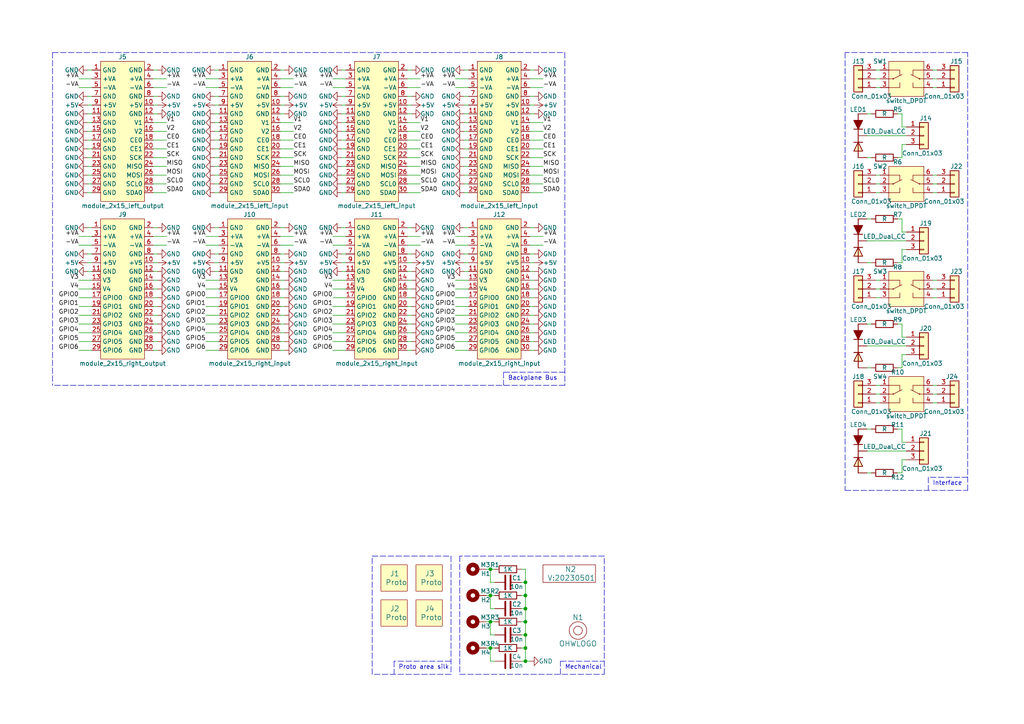
<source format=kicad_sch>
(kicad_sch (version 20211123) (generator eeschema)
  (paper "A4")
  (junction (at 152.4 172.72))
  (junction (at 142.24 165.1))
  (junction (at 152.4 187.96))
  (junction (at 142.24 187.96))
  (junction (at 142.24 180.34))
  (junction (at 152.4 180.34))
  (junction (at 152.4 168.91))
  (junction (at 152.4 191.77))
  (junction (at 152.4 184.15))
  (junction (at 152.4 176.53))
  (junction (at 142.24 172.72))
  (wire (pts (xy 153.67 25.4) (xy 157.48 25.4)))
  (wire (pts (xy 44.45 35.56) (xy 48.26 35.56)))
  (wire (pts (xy 45.72 93.98) (xy 44.45 93.98)))
  (wire (pts (xy 134.62 27.94) (xy 135.89 27.94)))
  (wire (pts (xy 81.28 25.4) (xy 85.09 25.4)))
  (wire (pts (xy 152.4 191.77) (xy 153.67 191.77)))
  (wire (pts (xy 59.69 83.82) (xy 63.5 83.82)))
  (wire (pts (xy 152.4 172.72) (xy 152.4 176.53)))
  (wire (pts (xy 118.11 35.56) (xy 121.92 35.56)))
  (wire (pts (xy 261.62 67.31) (xy 261.62 63.5)))
  (wire (pts (xy 25.4 66.04) (xy 26.67 66.04)))
  (wire (pts (xy 96.52 71.12) (xy 100.33 71.12)))
  (polyline (pts (xy 163.83 107.95) (xy 146.05 107.95)))
  (wire (pts (xy 261.62 137.16) (xy 261.62 133.35)))
  (wire (pts (xy 254 86.36) (xy 255.27 86.36)))
  (wire (pts (xy 44.45 33.02) (xy 45.72 33.02)))
  (wire (pts (xy 251.46 93.98) (xy 252.73 93.98)))
  (wire (pts (xy 62.23 45.72) (xy 63.5 45.72)))
  (wire (pts (xy 118.11 53.34) (xy 121.92 53.34)))
  (wire (pts (xy 59.69 101.6) (xy 63.5 101.6)))
  (wire (pts (xy 134.62 45.72) (xy 135.89 45.72)))
  (wire (pts (xy 96.52 81.28) (xy 100.33 81.28)))
  (wire (pts (xy 62.23 38.1) (xy 63.5 38.1)))
  (wire (pts (xy 25.4 78.74) (xy 26.67 78.74)))
  (wire (pts (xy 22.86 101.6) (xy 26.67 101.6)))
  (polyline (pts (xy 269.24 138.43) (xy 269.24 142.24)))
  (wire (pts (xy 134.62 38.1) (xy 135.89 38.1)))
  (wire (pts (xy 254 22.86) (xy 255.27 22.86)))
  (polyline (pts (xy 162.56 195.58) (xy 162.56 191.77)))
  (wire (pts (xy 81.28 38.1) (xy 85.09 38.1)))
  (wire (pts (xy 62.23 48.26) (xy 63.5 48.26)))
  (wire (pts (xy 25.4 27.94) (xy 26.67 27.94)))
  (wire (pts (xy 118.11 38.1) (xy 121.92 38.1)))
  (wire (pts (xy 25.4 50.8) (xy 26.67 50.8)))
  (polyline (pts (xy 114.3 191.77) (xy 114.3 195.58)))
  (wire (pts (xy 134.62 35.56) (xy 135.89 35.56)))
  (wire (pts (xy 260.35 45.72) (xy 261.62 45.72)))
  (wire (pts (xy 142.24 180.34) (xy 143.51 180.34)))
  (wire (pts (xy 270.51 53.34) (xy 271.78 53.34)))
  (wire (pts (xy 25.4 38.1) (xy 26.67 38.1)))
  (wire (pts (xy 151.13 184.15) (xy 152.4 184.15)))
  (wire (pts (xy 134.62 48.26) (xy 135.89 48.26)))
  (wire (pts (xy 153.67 76.2) (xy 154.94 76.2)))
  (wire (pts (xy 96.52 86.36) (xy 100.33 86.36)))
  (wire (pts (xy 99.06 40.64) (xy 100.33 40.64)))
  (wire (pts (xy 44.45 78.74) (xy 45.72 78.74)))
  (polyline (pts (xy 245.11 142.24) (xy 280.67 142.24)))
  (wire (pts (xy 118.11 27.94) (xy 119.38 27.94)))
  (wire (pts (xy 44.45 27.94) (xy 45.72 27.94)))
  (wire (pts (xy 44.45 53.34) (xy 48.26 53.34)))
  (wire (pts (xy 119.38 101.6) (xy 118.11 101.6)))
  (wire (pts (xy 44.45 55.88) (xy 48.26 55.88)))
  (wire (pts (xy 132.08 101.6) (xy 135.89 101.6)))
  (wire (pts (xy 270.51 22.86) (xy 271.78 22.86)))
  (wire (pts (xy 143.51 168.91) (xy 142.24 168.91)))
  (wire (pts (xy 132.08 68.58) (xy 135.89 68.58)))
  (wire (pts (xy 22.86 22.86) (xy 26.67 22.86)))
  (wire (pts (xy 261.62 128.27) (xy 261.62 124.46)))
  (wire (pts (xy 119.38 88.9) (xy 118.11 88.9)))
  (wire (pts (xy 261.62 76.2) (xy 261.62 72.39)))
  (wire (pts (xy 62.23 35.56) (xy 63.5 35.56)))
  (wire (pts (xy 254 81.28) (xy 255.27 81.28)))
  (wire (pts (xy 81.28 22.86) (xy 85.09 22.86)))
  (wire (pts (xy 62.23 33.02) (xy 63.5 33.02)))
  (wire (pts (xy 25.4 30.48) (xy 26.67 30.48)))
  (wire (pts (xy 118.11 55.88) (xy 121.92 55.88)))
  (wire (pts (xy 44.45 30.48) (xy 45.72 30.48)))
  (wire (pts (xy 134.62 50.8) (xy 135.89 50.8)))
  (wire (pts (xy 251.46 63.5) (xy 252.73 63.5)))
  (wire (pts (xy 81.28 83.82) (xy 82.55 83.82)))
  (wire (pts (xy 118.11 43.18) (xy 121.92 43.18)))
  (wire (pts (xy 134.62 43.18) (xy 135.89 43.18)))
  (wire (pts (xy 134.62 33.02) (xy 135.89 33.02)))
  (wire (pts (xy 59.69 81.28) (xy 63.5 81.28)))
  (wire (pts (xy 62.23 73.66) (xy 63.5 73.66)))
  (wire (pts (xy 45.72 88.9) (xy 44.45 88.9)))
  (polyline (pts (xy 175.26 195.58) (xy 175.26 161.29)))
  (wire (pts (xy 260.35 76.2) (xy 261.62 76.2)))
  (wire (pts (xy 45.72 99.06) (xy 44.45 99.06)))
  (wire (pts (xy 153.67 53.34) (xy 157.48 53.34)))
  (wire (pts (xy 81.28 43.18) (xy 85.09 43.18)))
  (wire (pts (xy 62.23 78.74) (xy 63.5 78.74)))
  (wire (pts (xy 261.62 72.39) (xy 262.89 72.39)))
  (wire (pts (xy 152.4 176.53) (xy 152.4 180.34)))
  (wire (pts (xy 132.08 22.86) (xy 135.89 22.86)))
  (wire (pts (xy 118.11 40.64) (xy 121.92 40.64)))
  (wire (pts (xy 59.69 88.9) (xy 63.5 88.9)))
  (wire (pts (xy 142.24 191.77) (xy 142.24 187.96)))
  (wire (pts (xy 99.06 66.04) (xy 100.33 66.04)))
  (wire (pts (xy 132.08 81.28) (xy 135.89 81.28)))
  (wire (pts (xy 119.38 96.52) (xy 118.11 96.52)))
  (wire (pts (xy 270.51 111.76) (xy 271.78 111.76)))
  (wire (pts (xy 261.62 124.46) (xy 260.35 124.46)))
  (wire (pts (xy 270.51 81.28) (xy 271.78 81.28)))
  (wire (pts (xy 99.06 38.1) (xy 100.33 38.1)))
  (wire (pts (xy 142.24 165.1) (xy 143.51 165.1)))
  (wire (pts (xy 143.51 176.53) (xy 142.24 176.53)))
  (wire (pts (xy 134.62 30.48) (xy 135.89 30.48)))
  (wire (pts (xy 261.62 45.72) (xy 261.62 41.91)))
  (wire (pts (xy 45.72 96.52) (xy 44.45 96.52)))
  (wire (pts (xy 22.86 25.4) (xy 26.67 25.4)))
  (wire (pts (xy 99.06 45.72) (xy 100.33 45.72)))
  (wire (pts (xy 25.4 53.34) (xy 26.67 53.34)))
  (wire (pts (xy 132.08 91.44) (xy 135.89 91.44)))
  (wire (pts (xy 81.28 30.48) (xy 82.55 30.48)))
  (polyline (pts (xy 280.67 138.43) (xy 269.24 138.43)))
  (wire (pts (xy 22.86 71.12) (xy 26.67 71.12)))
  (wire (pts (xy 59.69 93.98) (xy 63.5 93.98)))
  (wire (pts (xy 154.94 88.9) (xy 153.67 88.9)))
  (wire (pts (xy 81.28 48.26) (xy 85.09 48.26)))
  (wire (pts (xy 261.62 133.35) (xy 262.89 133.35)))
  (wire (pts (xy 270.51 55.88) (xy 271.78 55.88)))
  (wire (pts (xy 132.08 71.12) (xy 135.89 71.12)))
  (wire (pts (xy 251.46 130.81) (xy 262.89 130.81)))
  (wire (pts (xy 134.62 53.34) (xy 135.89 53.34)))
  (wire (pts (xy 154.94 91.44) (xy 153.67 91.44)))
  (wire (pts (xy 81.28 81.28) (xy 82.55 81.28)))
  (wire (pts (xy 142.24 184.15) (xy 143.51 184.15)))
  (wire (pts (xy 153.67 43.18) (xy 157.48 43.18)))
  (wire (pts (xy 81.28 53.34) (xy 85.09 53.34)))
  (wire (pts (xy 59.69 25.4) (xy 63.5 25.4)))
  (wire (pts (xy 81.28 20.32) (xy 82.55 20.32)))
  (wire (pts (xy 44.45 25.4) (xy 48.26 25.4)))
  (polyline (pts (xy 280.67 15.24) (xy 245.11 15.24)))
  (wire (pts (xy 99.06 76.2) (xy 100.33 76.2)))
  (wire (pts (xy 270.51 50.8) (xy 271.78 50.8)))
  (wire (pts (xy 25.4 35.56) (xy 26.67 35.56)))
  (wire (pts (xy 25.4 20.32) (xy 26.67 20.32)))
  (wire (pts (xy 254 53.34) (xy 255.27 53.34)))
  (wire (pts (xy 262.89 128.27) (xy 261.62 128.27)))
  (wire (pts (xy 134.62 78.74) (xy 135.89 78.74)))
  (wire (pts (xy 96.52 101.6) (xy 100.33 101.6)))
  (wire (pts (xy 82.55 96.52) (xy 81.28 96.52)))
  (wire (pts (xy 251.46 100.33) (xy 262.89 100.33)))
  (wire (pts (xy 44.45 40.64) (xy 48.26 40.64)))
  (wire (pts (xy 254 50.8) (xy 255.27 50.8)))
  (wire (pts (xy 153.67 55.88) (xy 157.48 55.88)))
  (wire (pts (xy 118.11 50.8) (xy 121.92 50.8)))
  (wire (pts (xy 99.06 20.32) (xy 100.33 20.32)))
  (wire (pts (xy 261.62 106.68) (xy 261.62 102.87)))
  (wire (pts (xy 59.69 99.06) (xy 63.5 99.06)))
  (wire (pts (xy 44.45 22.86) (xy 48.26 22.86)))
  (wire (pts (xy 153.67 22.86) (xy 157.48 22.86)))
  (wire (pts (xy 81.28 68.58) (xy 85.09 68.58)))
  (wire (pts (xy 142.24 172.72) (xy 142.24 176.53)))
  (wire (pts (xy 81.28 27.94) (xy 82.55 27.94)))
  (wire (pts (xy 22.86 93.98) (xy 26.67 93.98)))
  (polyline (pts (xy 130.81 195.58) (xy 107.95 195.58)))
  (wire (pts (xy 153.67 68.58) (xy 157.48 68.58)))
  (wire (pts (xy 99.06 78.74) (xy 100.33 78.74)))
  (wire (pts (xy 59.69 71.12) (xy 63.5 71.12)))
  (wire (pts (xy 151.13 187.96) (xy 152.4 187.96)))
  (wire (pts (xy 44.45 68.58) (xy 48.26 68.58)))
  (wire (pts (xy 62.23 30.48) (xy 63.5 30.48)))
  (wire (pts (xy 152.4 187.96) (xy 152.4 191.77)))
  (wire (pts (xy 25.4 55.88) (xy 26.67 55.88)))
  (wire (pts (xy 82.55 91.44) (xy 81.28 91.44)))
  (wire (pts (xy 270.51 114.3) (xy 271.78 114.3)))
  (wire (pts (xy 134.62 55.88) (xy 135.89 55.88)))
  (wire (pts (xy 134.62 40.64) (xy 135.89 40.64)))
  (wire (pts (xy 44.45 20.32) (xy 45.72 20.32)))
  (wire (pts (xy 262.89 97.79) (xy 261.62 97.79)))
  (wire (pts (xy 261.62 93.98) (xy 260.35 93.98)))
  (wire (pts (xy 251.46 33.02) (xy 252.73 33.02)))
  (wire (pts (xy 132.08 96.52) (xy 135.89 96.52)))
  (wire (pts (xy 254 25.4) (xy 255.27 25.4)))
  (wire (pts (xy 152.4 168.91) (xy 152.4 165.1)))
  (wire (pts (xy 142.24 172.72) (xy 143.51 172.72)))
  (wire (pts (xy 44.45 71.12) (xy 48.26 71.12)))
  (wire (pts (xy 153.67 27.94) (xy 154.94 27.94)))
  (wire (pts (xy 118.11 45.72) (xy 121.92 45.72)))
  (wire (pts (xy 119.38 86.36) (xy 118.11 86.36)))
  (wire (pts (xy 44.45 66.04) (xy 45.72 66.04)))
  (wire (pts (xy 45.72 91.44) (xy 44.45 91.44)))
  (wire (pts (xy 261.62 33.02) (xy 260.35 33.02)))
  (wire (pts (xy 44.45 73.66) (xy 45.72 73.66)))
  (wire (pts (xy 81.28 73.66) (xy 82.55 73.66)))
  (wire (pts (xy 99.06 53.34) (xy 100.33 53.34)))
  (wire (pts (xy 96.52 99.06) (xy 100.33 99.06)))
  (wire (pts (xy 262.89 36.83) (xy 261.62 36.83)))
  (wire (pts (xy 142.24 187.96) (xy 143.51 187.96)))
  (wire (pts (xy 154.94 86.36) (xy 153.67 86.36)))
  (wire (pts (xy 44.45 76.2) (xy 45.72 76.2)))
  (wire (pts (xy 261.62 102.87) (xy 262.89 102.87)))
  (wire (pts (xy 96.52 96.52) (xy 100.33 96.52)))
  (polyline (pts (xy 162.56 191.77) (xy 175.26 191.77)))
  (wire (pts (xy 153.67 81.28) (xy 154.94 81.28)))
  (wire (pts (xy 153.67 33.02) (xy 154.94 33.02)))
  (wire (pts (xy 22.86 86.36) (xy 26.67 86.36)))
  (wire (pts (xy 81.28 55.88) (xy 85.09 55.88)))
  (wire (pts (xy 251.46 76.2) (xy 252.73 76.2)))
  (wire (pts (xy 22.86 99.06) (xy 26.67 99.06)))
  (wire (pts (xy 82.55 99.06) (xy 81.28 99.06)))
  (wire (pts (xy 154.94 96.52) (xy 153.67 96.52)))
  (wire (pts (xy 270.51 83.82) (xy 271.78 83.82)))
  (wire (pts (xy 118.11 30.48) (xy 119.38 30.48)))
  (wire (pts (xy 270.51 20.32) (xy 271.78 20.32)))
  (wire (pts (xy 251.46 39.37) (xy 262.89 39.37)))
  (wire (pts (xy 261.62 63.5) (xy 260.35 63.5)))
  (wire (pts (xy 118.11 33.02) (xy 119.38 33.02)))
  (wire (pts (xy 62.23 76.2) (xy 63.5 76.2)))
  (wire (pts (xy 270.51 25.4) (xy 271.78 25.4)))
  (wire (pts (xy 151.13 172.72) (xy 152.4 172.72)))
  (wire (pts (xy 118.11 25.4) (xy 121.92 25.4)))
  (wire (pts (xy 82.55 88.9) (xy 81.28 88.9)))
  (wire (pts (xy 99.06 73.66) (xy 100.33 73.66)))
  (wire (pts (xy 99.06 27.94) (xy 100.33 27.94)))
  (wire (pts (xy 153.67 30.48) (xy 154.94 30.48)))
  (wire (pts (xy 132.08 83.82) (xy 135.89 83.82)))
  (wire (pts (xy 134.62 76.2) (xy 135.89 76.2)))
  (wire (pts (xy 142.24 168.91) (xy 142.24 165.1)))
  (wire (pts (xy 152.4 184.15) (xy 152.4 187.96)))
  (wire (pts (xy 118.11 81.28) (xy 119.38 81.28)))
  (wire (pts (xy 260.35 137.16) (xy 261.62 137.16)))
  (wire (pts (xy 251.46 45.72) (xy 252.73 45.72)))
  (polyline (pts (xy 15.24 15.24) (xy 15.24 111.76)))
  (wire (pts (xy 99.06 48.26) (xy 100.33 48.26)))
  (wire (pts (xy 96.52 22.86) (xy 100.33 22.86)))
  (wire (pts (xy 254 114.3) (xy 255.27 114.3)))
  (wire (pts (xy 81.28 35.56) (xy 85.09 35.56)))
  (polyline (pts (xy 133.35 161.29) (xy 133.35 195.58)))
  (wire (pts (xy 154.94 99.06) (xy 153.67 99.06)))
  (wire (pts (xy 62.23 40.64) (xy 63.5 40.64)))
  (wire (pts (xy 118.11 78.74) (xy 119.38 78.74)))
  (wire (pts (xy 81.28 33.02) (xy 82.55 33.02)))
  (wire (pts (xy 251.46 137.16) (xy 252.73 137.16)))
  (wire (pts (xy 99.06 43.18) (xy 100.33 43.18)))
  (wire (pts (xy 142.24 180.34) (xy 142.24 184.15)))
  (wire (pts (xy 81.28 78.74) (xy 82.55 78.74)))
  (wire (pts (xy 140.97 187.96) (xy 142.24 187.96)))
  (wire (pts (xy 118.11 83.82) (xy 119.38 83.82)))
  (wire (pts (xy 132.08 88.9) (xy 135.89 88.9)))
  (wire (pts (xy 251.46 124.46) (xy 252.73 124.46)))
  (wire (pts (xy 152.4 191.77) (xy 151.13 191.77)))
  (wire (pts (xy 262.89 67.31) (xy 261.62 67.31)))
  (wire (pts (xy 22.86 91.44) (xy 26.67 91.44)))
  (wire (pts (xy 59.69 68.58) (xy 63.5 68.58)))
  (wire (pts (xy 118.11 20.32) (xy 119.38 20.32)))
  (wire (pts (xy 99.06 55.88) (xy 100.33 55.88)))
  (wire (pts (xy 132.08 93.98) (xy 135.89 93.98)))
  (wire (pts (xy 118.11 66.04) (xy 119.38 66.04)))
  (wire (pts (xy 99.06 35.56) (xy 100.33 35.56)))
  (wire (pts (xy 151.13 176.53) (xy 152.4 176.53)))
  (wire (pts (xy 118.11 76.2) (xy 119.38 76.2)))
  (wire (pts (xy 25.4 76.2) (xy 26.67 76.2)))
  (wire (pts (xy 25.4 33.02) (xy 26.67 33.02)))
  (wire (pts (xy 82.55 86.36) (xy 81.28 86.36)))
  (polyline (pts (xy 163.83 15.24) (xy 163.83 111.76)))
  (wire (pts (xy 62.23 20.32) (xy 63.5 20.32)))
  (wire (pts (xy 44.45 38.1) (xy 48.26 38.1)))
  (wire (pts (xy 62.23 50.8) (xy 63.5 50.8)))
  (wire (pts (xy 22.86 81.28) (xy 26.67 81.28)))
  (wire (pts (xy 119.38 99.06) (xy 118.11 99.06)))
  (wire (pts (xy 25.4 73.66) (xy 26.67 73.66)))
  (wire (pts (xy 143.51 191.77) (xy 142.24 191.77)))
  (wire (pts (xy 132.08 86.36) (xy 135.89 86.36)))
  (wire (pts (xy 270.51 86.36) (xy 271.78 86.36)))
  (wire (pts (xy 44.45 83.82) (xy 45.72 83.82)))
  (wire (pts (xy 251.46 69.85) (xy 262.89 69.85)))
  (wire (pts (xy 134.62 66.04) (xy 135.89 66.04)))
  (polyline (pts (xy 15.24 15.24) (xy 163.83 15.24)))
  (wire (pts (xy 140.97 165.1) (xy 142.24 165.1)))
  (polyline (pts (xy 130.81 191.77) (xy 114.3 191.77)))
  (wire (pts (xy 62.23 27.94) (xy 63.5 27.94)))
  (wire (pts (xy 45.72 101.6) (xy 44.45 101.6)))
  (wire (pts (xy 153.67 20.32) (xy 154.94 20.32)))
  (wire (pts (xy 22.86 88.9) (xy 26.67 88.9)))
  (wire (pts (xy 96.52 93.98) (xy 100.33 93.98)))
  (wire (pts (xy 22.86 68.58) (xy 26.67 68.58)))
  (wire (pts (xy 99.06 30.48) (xy 100.33 30.48)))
  (wire (pts (xy 81.28 71.12) (xy 85.09 71.12)))
  (polyline (pts (xy 245.11 15.24) (xy 245.11 142.24)))
  (polyline (pts (xy 107.95 195.58) (xy 107.95 161.29)))
  (polyline (pts (xy 175.26 161.29) (xy 133.35 161.29)))
  (wire (pts (xy 134.62 20.32) (xy 135.89 20.32)))
  (wire (pts (xy 154.94 93.98) (xy 153.67 93.98)))
  (wire (pts (xy 152.4 168.91) (xy 152.4 172.72)))
  (wire (pts (xy 59.69 22.86) (xy 63.5 22.86)))
  (wire (pts (xy 153.67 78.74) (xy 154.94 78.74)))
  (wire (pts (xy 140.97 172.72) (xy 142.24 172.72)))
  (polyline (pts (xy 107.95 161.29) (xy 130.81 161.29)))
  (wire (pts (xy 96.52 83.82) (xy 100.33 83.82)))
  (wire (pts (xy 254 20.32) (xy 255.27 20.32)))
  (wire (pts (xy 261.62 41.91) (xy 262.89 41.91)))
  (wire (pts (xy 254 83.82) (xy 255.27 83.82)))
  (wire (pts (xy 254 55.88) (xy 255.27 55.88)))
  (wire (pts (xy 44.45 48.26) (xy 48.26 48.26)))
  (wire (pts (xy 270.51 116.84) (xy 271.78 116.84)))
  (wire (pts (xy 25.4 45.72) (xy 26.67 45.72)))
  (wire (pts (xy 96.52 68.58) (xy 100.33 68.58)))
  (wire (pts (xy 260.35 106.68) (xy 261.62 106.68)))
  (wire (pts (xy 81.28 40.64) (xy 85.09 40.64)))
  (wire (pts (xy 25.4 48.26) (xy 26.67 48.26)))
  (wire (pts (xy 118.11 71.12) (xy 121.92 71.12)))
  (wire (pts (xy 25.4 43.18) (xy 26.67 43.18)))
  (wire (pts (xy 22.86 96.52) (xy 26.67 96.52)))
  (wire (pts (xy 134.62 73.66) (xy 135.89 73.66)))
  (wire (pts (xy 96.52 25.4) (xy 100.33 25.4)))
  (wire (pts (xy 25.4 40.64) (xy 26.67 40.64)))
  (wire (pts (xy 62.23 43.18) (xy 63.5 43.18)))
  (wire (pts (xy 82.55 101.6) (xy 81.28 101.6)))
  (polyline (pts (xy 146.05 107.95) (xy 146.05 111.76)))
  (wire (pts (xy 81.28 50.8) (xy 85.09 50.8)))
  (wire (pts (xy 62.23 66.04) (xy 63.5 66.04)))
  (wire (pts (xy 251.46 106.68) (xy 252.73 106.68)))
  (wire (pts (xy 59.69 96.52) (xy 63.5 96.52)))
  (wire (pts (xy 44.45 43.18) (xy 48.26 43.18)))
  (wire (pts (xy 81.28 76.2) (xy 82.55 76.2)))
  (wire (pts (xy 153.67 50.8) (xy 157.48 50.8)))
  (wire (pts (xy 254 116.84) (xy 255.27 116.84)))
  (wire (pts (xy 153.67 38.1) (xy 157.48 38.1)))
  (wire (pts (xy 44.45 45.72) (xy 48.26 45.72)))
  (wire (pts (xy 153.67 73.66) (xy 154.94 73.66)))
  (wire (pts (xy 118.11 48.26) (xy 121.92 48.26)))
  (wire (pts (xy 153.67 83.82) (xy 154.94 83.82)))
  (polyline (pts (xy 133.35 195.58) (xy 175.26 195.58)))
  (wire (pts (xy 118.11 22.86) (xy 121.92 22.86)))
  (wire (pts (xy 152.4 180.34) (xy 152.4 184.15)))
  (wire (pts (xy 81.28 66.04) (xy 82.55 66.04)))
  (wire (pts (xy 82.55 93.98) (xy 81.28 93.98)))
  (wire (pts (xy 45.72 86.36) (xy 44.45 86.36)))
  (wire (pts (xy 140.97 180.34) (xy 142.24 180.34)))
  (wire (pts (xy 153.67 45.72) (xy 157.48 45.72)))
  (wire (pts (xy 151.13 180.34) (xy 152.4 180.34)))
  (wire (pts (xy 151.13 168.91) (xy 152.4 168.91)))
  (wire (pts (xy 62.23 55.88) (xy 63.5 55.88)))
  (wire (pts (xy 132.08 25.4) (xy 135.89 25.4)))
  (wire (pts (xy 261.62 36.83) (xy 261.62 33.02)))
  (wire (pts (xy 44.45 50.8) (xy 48.26 50.8)))
  (wire (pts (xy 59.69 91.44) (xy 63.5 91.44)))
  (wire (pts (xy 254 111.76) (xy 255.27 111.76)))
  (wire (pts (xy 261.62 97.79) (xy 261.62 93.98)))
  (wire (pts (xy 22.86 83.82) (xy 26.67 83.82)))
  (wire (pts (xy 153.67 66.04) (xy 154.94 66.04)))
  (wire (pts (xy 99.06 33.02) (xy 100.33 33.02)))
  (wire (pts (xy 132.08 99.06) (xy 135.89 99.06)))
  (wire (pts (xy 96.52 88.9) (xy 100.33 88.9)))
  (polyline (pts (xy 163.83 111.76) (xy 15.24 111.76)))
  (polyline (pts (xy 130.81 161.29) (xy 130.81 195.58)))
  (wire (pts (xy 81.28 45.72) (xy 85.09 45.72)))
  (wire (pts (xy 99.06 50.8) (xy 100.33 50.8)))
  (wire (pts (xy 119.38 93.98) (xy 118.11 93.98)))
  (wire (pts (xy 153.67 48.26) (xy 157.48 48.26)))
  (wire (pts (xy 62.23 53.34) (xy 63.5 53.34)))
  (wire (pts (xy 153.67 40.64) (xy 157.48 40.64)))
  (wire (pts (xy 118.11 68.58) (xy 121.92 68.58)))
  (wire (pts (xy 153.67 35.56) (xy 157.48 35.56)))
  (polyline (pts (xy 280.67 142.24) (xy 280.67 15.24)))
  (wire (pts (xy 154.94 101.6) (xy 153.67 101.6)))
  (wire (pts (xy 59.69 86.36) (xy 63.5 86.36)))
  (wire (pts (xy 151.13 165.1) (xy 152.4 165.1)))
  (wire (pts (xy 44.45 81.28) (xy 45.72 81.28)))
  (wire (pts (xy 119.38 91.44) (xy 118.11 91.44)))
  (wire (pts (xy 118.11 73.66) (xy 119.38 73.66)))
  (wire (pts (xy 153.67 71.12) (xy 157.48 71.12)))
  (wire (pts (xy 96.52 91.44) (xy 100.33 91.44)))
  (text "Proto area silk" (at 115.57 194.31 0) (effects (font (size 1.27 1.27)) (justify left bottom)))
  (text "Interface" (at 270.51 140.97 0) (effects (font (size 1.27 1.27)) (justify left bottom)))
  (text "Mechanical" (at 163.83 194.31 0) (effects (font (size 1.27 1.27)) (justify left bottom)))
  (text "Backplane Bus" (at 147.32 110.49 0) (effects (font (size 1.27 1.27)) (justify left bottom)))
  (label "SCK" (at 85.09 45.72 0))
  (label "GPIO1" (at 132.08 88.9 180))
  (label "+VA" (at 96.52 22.86 180))
  (label "GPIO6" (at 22.86 101.6 180))
  (label "-VA" (at 22.86 71.12 180))
  (label "GPIO0" (at 96.52 86.36 180))
  (label "+VA" (at 59.69 22.86 180))
  (label "+VA" (at 121.92 22.86 0))
  (label "GPIO2" (at 96.52 91.44 180))
  (label "SDA0" (at 85.09 55.88 0))
  (label "+VA" (at 121.92 68.58 0))
  (label "MISO" (at 121.92 48.26 0))
  (label "MOSI" (at 157.48 50.8 0))
  (label "GPIO5" (at 132.08 99.06 180))
  (label "V4" (at 59.69 83.82 180))
  (label "CE0" (at 85.09 40.64 0))
  (label "V3" (at 132.08 81.28 180))
  (label "SDA0" (at 121.92 55.88 0))
  (label "+VA" (at 59.69 68.58 180))
  (label "V1" (at 85.09 35.56 0))
  (label "V3" (at 96.52 81.28 180))
  (label "GPIO5" (at 22.86 99.06 180))
  (label "-VA" (at 22.86 25.4 180))
  (label "-VA" (at 85.09 25.4 0))
  (label "SCK" (at 48.26 45.72 0))
  (label "V2" (at 121.92 38.1 0))
  (label "V1" (at 121.92 35.56 0))
  (label "-VA" (at 157.48 71.12 0))
  (label "GPIO1" (at 96.52 88.9 180))
  (label "V2" (at 85.09 38.1 0))
  (label "MOSI" (at 121.92 50.8 0))
  (label "GPIO2" (at 132.08 91.44 180))
  (label "V2" (at 157.48 38.1 0))
  (label "SCL0" (at 85.09 53.34 0))
  (label "-VA" (at 85.09 71.12 0))
  (label "GPIO0" (at 22.86 86.36 180))
  (label "GPIO6" (at 132.08 101.6 180))
  (label "SDA0" (at 157.48 55.88 0))
  (label "-VA" (at 132.08 25.4 180))
  (label "-VA" (at 157.48 25.4 0))
  (label "SDA0" (at 48.26 55.88 0))
  (label "SCL0" (at 157.48 53.34 0))
  (label "GPIO3" (at 96.52 93.98 180))
  (label "GPIO1" (at 22.86 88.9 180))
  (label "V1" (at 157.48 35.56 0))
  (label "+VA" (at 132.08 68.58 180))
  (label "GPIO4" (at 22.86 96.52 180))
  (label "GPIO3" (at 132.08 93.98 180))
  (label "+VA" (at 157.48 68.58 0))
  (label "+VA" (at 48.26 68.58 0))
  (label "-VA" (at 59.69 25.4 180))
  (label "-VA" (at 132.08 71.12 180))
  (label "CE1" (at 85.09 43.18 0))
  (label "SCL0" (at 48.26 53.34 0))
  (label "+VA" (at 22.86 68.58 180))
  (label "SCL0" (at 121.92 53.34 0))
  (label "-VA" (at 48.26 71.12 0))
  (label "CE0" (at 157.48 40.64 0))
  (label "MISO" (at 48.26 48.26 0))
  (label "CE1" (at 48.26 43.18 0))
  (label "GPIO0" (at 59.69 86.36 180))
  (label "GPIO3" (at 22.86 93.98 180))
  (label "V4" (at 22.86 83.82 180))
  (label "+VA" (at 22.86 22.86 180))
  (label "MISO" (at 85.09 48.26 0))
  (label "V4" (at 96.52 83.82 180))
  (label "GPIO5" (at 59.69 99.06 180))
  (label "-VA" (at 121.92 71.12 0))
  (label "+VA" (at 48.26 22.86 0))
  (label "+VA" (at 85.09 68.58 0))
  (label "-VA" (at 121.92 25.4 0))
  (label "MOSI" (at 85.09 50.8 0))
  (label "GPIO4" (at 59.69 96.52 180))
  (label "-VA" (at 96.52 25.4 180))
  (label "GPIO2" (at 59.69 91.44 180))
  (label "V2" (at 48.26 38.1 0))
  (label "SCK" (at 121.92 45.72 0))
  (label "GPIO6" (at 59.69 101.6 180))
  (label "+VA" (at 96.52 68.58 180))
  (label "-VA" (at 96.52 71.12 180))
  (label "CE0" (at 121.92 40.64 0))
  (label "CE1" (at 157.48 43.18 0))
  (label "GPIO2" (at 22.86 91.44 180))
  (label "CE1" (at 121.92 43.18 0))
  (label "GPIO4" (at 96.52 96.52 180))
  (label "-VA" (at 48.26 25.4 0))
  (label "GPIO0" (at 132.08 86.36 180))
  (label "GPIO1" (at 59.69 88.9 180))
  (label "V3" (at 22.86 81.28 180))
  (label "GPIO5" (at 96.52 99.06 180))
  (label "CE0" (at 48.26 40.64 0))
  (label "GPIO3" (at 59.69 93.98 180))
  (label "MOSI" (at 48.26 50.8 0))
  (label "GPIO4" (at 132.08 96.52 180))
  (label "V4" (at 132.08 83.82 180))
  (label "V3" (at 59.69 81.28 180))
  (label "SCK" (at 157.48 45.72 0))
  (label "+VA" (at 157.48 22.86 0))
  (label "-VA" (at 59.69 71.12 180))
  (label "MISO" (at 157.48 48.26 0))
  (label "+VA" (at 85.09 22.86 0))
  (label "+VA" (at 132.08 22.86 180))
  (label "V1" (at 48.26 35.56 0))
  (label "GPIO6" (at 96.52 101.6 180))
  (symbol (lib_id "SquantorLabels:OHWLOGO") (at 167.64 182.88 0) (unit 1)
    (property "Reference" "N1" (at 167.64 179.07 0) (effects (font (size 1.524 1.524))))
    (property "Value" "OHWLOGO" (at 167.64 186.69 0) (effects (font (size 1.524 1.524))))
    (property "Footprint" "Symbols:OSHW-Symbol_6.7x6mm_SilkScreen" (effects hide))
  )
  (symbol (lib_id "SquantorLabels:VYYYYMMDD") (at 165.1 167.64 0) (unit 1)
    (property "Reference" "N2" (at 163.83 165.1 0) (effects (font (size 1.524 1.524)) (justify left)))
    (property "Value" "V:20230501" (at 158.75 167.64 0) (effects (font (size 1.524 1.524)) (justify left)))
    (property "Footprint" "SquantorLabels:Label_Generic" (effects hide))
  )
  (symbol (lib_id "Mechanical:MountingHole_Pad") (at 138.43 165.1 90) (unit 1)
    (property "Reference" "H1" (at 142.24 166.37 90) (effects (justify left)))
    (property "Value" "M3" (at 142.24 163.83 90) (effects (justify left)))
    (property "Footprint" "MountingHole:MountingHole_3.2mm_M3_Pad_Via" (effects hide))
  )
  (symbol (lib_id "Mechanical:MountingHole_Pad") (at 138.43 172.72 90) (unit 1)
    (property "Reference" "H2" (at 142.24 173.99 90) (effects (justify left)))
    (property "Value" "M3" (at 142.24 171.45 90) (effects (justify left)))
    (property "Footprint" "MountingHole:MountingHole_3.2mm_M3_Pad_Via" (effects hide))
  )
  (symbol (lib_id "Mechanical:MountingHole_Pad") (at 138.43 180.34 90) (unit 1)
    (property "Reference" "H3" (at 142.24 181.61 90) (effects (justify left)))
    (property "Value" "M3" (at 142.24 179.07 90) (effects (justify left)))
    (property "Footprint" "MountingHole:MountingHole_3.2mm_M3_Pad_Via" (effects hide))
  )
  (symbol (lib_id "Mechanical:MountingHole_Pad") (at 138.43 187.96 90) (unit 1)
    (property "Reference" "H4" (at 142.24 189.23 90) (effects (justify left)))
    (property "Value" "M3" (at 142.24 186.69 90) (effects (justify left)))
    (property "Footprint" "MountingHole:MountingHole_3.2mm_M3_Pad_Via" (effects hide))
  )
  (symbol (lib_id "SquantorProto:Proto") (at 124.46 177.8 0) (unit 1)
    (property "Reference" "J4" (at 123.19 176.53 0) (effects (font (size 1.524 1.524)) (justify left)))
    (property "Value" "Proto" (at 121.92 179.07 0) (effects (font (size 1.524 1.524)) (justify left)))
    (property "Footprint" "SquantorPcbOutline:4by4cm_module" (effects hide))
  )
  (symbol (lib_id "power:GND") (at 62.23 38.1 270) (unit 1)
    (property "Reference" "#PWR0135" (effects hide))
    (property "Value" "GND" (at 59.69 38.1 90) (effects (justify right)))
  )
  (symbol (lib_id "power:GND") (at 154.94 66.04 90) (unit 1)
    (property "Reference" "#PWR083" (effects hide))
    (property "Value" "GND" (at 157.48 66.04 90) (effects (justify right)))
  )
  (symbol (lib_id "power:GND") (at 25.4 38.1 270) (unit 1)
    (property "Reference" "#PWR0144" (effects hide))
    (property "Value" "GND" (at 22.86 38.1 90) (effects (justify right)))
  )
  (symbol (lib_id "SquantorDevice:LED_Dual_CC") (at 248.92 69.85 0) (mirror y) (unit 1)
    (property "Reference" "LED2" (at 248.92 62.23 0))
    (property "Value" "LED_Dual_CC" (at 256.54 68.58 0))
    (property "Footprint" "SquantorDiodes:LED_DUAL_TH245_90deg" (effects hide))
  )
  (symbol (lib_id "power:GND") (at 134.62 45.72 270) (unit 1)
    (property "Reference" "#PWR0122" (effects hide))
    (property "Value" "GND" (at 132.08 45.72 90) (effects (justify right)))
  )
  (symbol (lib_id "power:+5V") (at 154.94 30.48 270) (unit 1)
    (property "Reference" "#PWR038" (effects hide))
    (property "Value" "+5V" (at 157.48 30.48 90) (effects (justify left)))
  )
  (symbol (lib_id "power:GND") (at 134.62 78.74 270) (unit 1)
    (property "Reference" "#PWR082" (effects hide))
    (property "Value" "GND" (at 132.08 78.74 90) (effects (justify right)))
  )
  (symbol (lib_id "power:GND") (at 154.94 83.82 90) (mirror x) (unit 1)
    (property "Reference" "#PWR0139" (effects hide))
    (property "Value" "GND" (at 157.48 83.82 90) (effects (justify right)))
  )
  (symbol (lib_id "SquantorSwitches:switch_DPDT") (at 262.89 22.86 0) (unit 1)
    (property "Reference" "SW1" (at 255.27 17.78 0))
    (property "Value" "switch_DPDT" (at 262.89 29.21 0))
    (property "Footprint" "SquantorSwitches:PS-22F02" (effects hide))
  )
  (symbol (lib_id "power:+5V") (at 119.38 30.48 270) (unit 1)
    (property "Reference" "#PWR028" (effects hide))
    (property "Value" "+5V" (at 121.92 30.48 90) (effects (justify left)))
  )
  (symbol (lib_id "SquantorConnectorsNamed:module_2x15_right_output") (at 35.56 83.82 0) (unit 1)
    (property "Reference" "J9" (at 35.56 62.23 0))
    (property "Value" "module_2x15_right_output" (at 35.56 105.41 0))
    (property "Footprint" "SquantorConnectorsNamed:module_2x15_right" (effects hide))
  )
  (symbol (lib_id "power:GND") (at 25.4 66.04 270) (unit 1)
    (property "Reference" "#PWR010" (effects hide))
    (property "Value" "GND" (at 22.86 66.04 90) (effects (justify right)))
  )
  (symbol (lib_id "power:GND") (at 25.4 35.56 270) (unit 1)
    (property "Reference" "#PWR0143" (effects hide))
    (property "Value" "GND" (at 22.86 35.56 90) (effects (justify right)))
  )
  (symbol (lib_id "power:+5V") (at 62.23 76.2 90) (unit 1)
    (property "Reference" "#PWR051" (effects hide))
    (property "Value" "+5V" (at 59.69 76.2 90) (effects (justify left)))
  )
  (symbol (lib_id "Connector_Generic:Conn_01x03") (at 276.86 114.3 0) (mirror x) (unit 1)
    (property "Reference" "J24" (at 274.32 109.22 0) (effects (justify left)))
    (property "Value" "Conn_01x03" (at 267.97 119.38 0) (effects (justify left)))
    (property "Footprint" "Connector_JST:JST_PH_B3B-PH-K_1x03_P2.00mm_Vertical" (effects hide))
  )
  (symbol (lib_id "SquantorSwitches:switch_DPDT") (at 262.89 53.34 0) (unit 1)
    (property "Reference" "SW2" (at 255.27 48.26 0))
    (property "Value" "switch_DPDT" (at 262.89 59.69 0))
    (property "Footprint" "SquantorSwitches:PS-22F02" (effects hide))
  )
  (symbol (lib_id "Device:C") (at 147.32 176.53 90) (unit 1)
    (property "Reference" "C2" (at 149.86 175.26 90))
    (property "Value" "10n" (at 149.86 177.8 90))
    (property "Footprint" "SquantorRcl:C_0805+0603" (effects hide))
  )
  (symbol (lib_id "power:GND") (at 134.62 40.64 270) (unit 1)
    (property "Reference" "#PWR0123" (effects hide))
    (property "Value" "GND" (at 132.08 40.64 90) (effects (justify right)))
  )
  (symbol (lib_id "power:+5V") (at 154.94 76.2 270) (unit 1)
    (property "Reference" "#PWR085" (effects hide))
    (property "Value" "+5V" (at 157.48 76.2 90) (effects (justify left)))
  )
  (symbol (lib_id "Connector_Generic:Conn_01x03") (at 248.92 83.82 180) (unit 1)
    (property "Reference" "J17" (at 248.92 78.74 0))
    (property "Value" "Conn_01x03" (at 252.73 88.9 0))
    (property "Footprint" "Connector_JST:JST_PH_B3B-PH-K_1x03_P2.00mm_Vertical" (effects hide))
  )
  (symbol (lib_id "power:GND") (at 62.23 55.88 270) (unit 1)
    (property "Reference" "#PWR0111" (effects hide))
    (property "Value" "GND" (at 59.69 55.88 90) (effects (justify right)))
  )
  (symbol (lib_id "power:GND") (at 134.62 38.1 270) (unit 1)
    (property "Reference" "#PWR0138" (effects hide))
    (property "Value" "GND" (at 132.08 38.1 90) (effects (justify right)))
  )
  (symbol (lib_id "power:GND") (at 25.4 48.26 270) (unit 1)
    (property "Reference" "#PWR0103" (effects hide))
    (property "Value" "GND" (at 22.86 48.26 90) (effects (justify right)))
  )
  (symbol (lib_id "Device:C") (at 147.32 184.15 90) (unit 1)
    (property "Reference" "C3" (at 149.86 182.88 90))
    (property "Value" "10n" (at 149.86 185.42 90))
    (property "Footprint" "SquantorRcl:C_0805+0603" (effects hide))
  )
  (symbol (lib_id "power:GND") (at 45.72 20.32 90) (unit 1)
    (property "Reference" "#PWR06" (effects hide))
    (property "Value" "GND" (at 48.26 20.32 90) (effects (justify right)))
  )
  (symbol (lib_id "Device:R") (at 147.32 187.96 90) (unit 1)
    (property "Reference" "R4" (at 143.51 186.69 90))
    (property "Value" "1K" (at 147.32 187.96 90))
    (property "Footprint" "SquantorRcl:R_0805+0603" (effects hide))
  )
  (symbol (lib_id "power:GND") (at 99.06 48.26 270) (unit 1)
    (property "Reference" "#PWR0117" (effects hide))
    (property "Value" "GND" (at 96.52 48.26 90) (effects (justify right)))
  )
  (symbol (lib_id "power:GND") (at 82.55 99.06 90) (mirror x) (unit 1)
    (property "Reference" "#PWR062" (effects hide))
    (property "Value" "GND" (at 85.09 99.06 90) (effects (justify right)))
  )
  (symbol (lib_id "Connector_Generic:Conn_01x03") (at 267.97 39.37 0) (unit 1)
    (property "Reference" "J14" (at 266.7 34.29 0) (effects (justify left)))
    (property "Value" "Conn_01x03" (at 261.62 44.45 0) (effects (justify left)))
    (property "Footprint" "Connector_JST:JST_PH_B3B-PH-K_1x03_P2.00mm_Vertical" (effects hide))
  )
  (symbol (lib_id "Connector_Generic:Conn_01x03") (at 248.92 22.86 180) (unit 1)
    (property "Reference" "J13" (at 248.92 17.78 0))
    (property "Value" "Conn_01x03" (at 252.73 27.94 0))
    (property "Footprint" "Connector_JST:JST_PH_B3B-PH-K_1x03_P2.00mm_Vertical" (effects hide))
  )
  (symbol (lib_id "power:GND") (at 62.23 66.04 270) (unit 1)
    (property "Reference" "#PWR049" (effects hide))
    (property "Value" "GND" (at 59.69 66.04 90) (effects (justify right)))
  )
  (symbol (lib_id "power:GND") (at 134.62 73.66 270) (unit 1)
    (property "Reference" "#PWR080" (effects hide))
    (property "Value" "GND" (at 132.08 73.66 90) (effects (justify right)))
  )
  (symbol (lib_id "Device:R") (at 256.54 76.2 90) (unit 1)
    (property "Reference" "R8" (at 260.35 77.47 90))
    (property "Value" "R" (at 256.54 76.2 90))
    (property "Footprint" "SquantorRcl:R_0603_hand" (effects hide))
  )
  (symbol (lib_id "power:GND") (at 119.38 101.6 90) (mirror x) (unit 1)
    (property "Reference" "#PWR078" (effects hide))
    (property "Value" "GND" (at 121.92 101.6 90) (effects (justify right)))
  )
  (symbol (lib_id "power:GND") (at 62.23 53.34 270) (unit 1)
    (property "Reference" "#PWR0113" (effects hide))
    (property "Value" "GND" (at 59.69 53.34 90) (effects (justify right)))
  )
  (symbol (lib_id "power:GND") (at 25.4 73.66 270) (unit 1)
    (property "Reference" "#PWR015" (effects hide))
    (property "Value" "GND" (at 22.86 73.66 90) (effects (justify right)))
  )
  (symbol (lib_id "power:GND") (at 45.72 101.6 90) (mirror x) (unit 1)
    (property "Reference" "#PWR048" (effects hide))
    (property "Value" "GND" (at 48.26 101.6 90) (effects (justify right)))
  )
  (symbol (lib_id "power:GND") (at 82.55 20.32 90) (unit 1)
    (property "Reference" "#PWR016" (effects hide))
    (property "Value" "GND" (at 85.09 20.32 90) (effects (justify right)))
  )
  (symbol (lib_id "power:GND") (at 25.4 78.74 270) (unit 1)
    (property "Reference" "#PWR025" (effects hide))
    (property "Value" "GND" (at 22.86 78.74 90) (effects (justify right)))
  )
  (symbol (lib_id "power:GND") (at 82.55 27.94 90) (unit 1)
    (property "Reference" "#PWR017" (effects hide))
    (property "Value" "GND" (at 85.09 27.94 90) (effects (justify right)))
  )
  (symbol (lib_id "power:GND") (at 119.38 96.52 90) (mirror x) (unit 1)
    (property "Reference" "#PWR076" (effects hide))
    (property "Value" "GND" (at 121.92 96.52 90) (effects (justify right)))
  )
  (symbol (lib_id "power:GND") (at 119.38 88.9 90) (mirror x) (unit 1)
    (property "Reference" "#PWR073" (effects hide))
    (property "Value" "GND" (at 121.92 88.9 90) (effects (justify right)))
  )
  (symbol (lib_id "power:GND") (at 119.38 81.28 90) (mirror x) (unit 1)
    (property "Reference" "#PWR0142" (effects hide))
    (property "Value" "GND" (at 121.92 81.28 90) (effects (justify right)))
  )
  (symbol (lib_id "power:GND") (at 62.23 33.02 270) (unit 1)
    (property "Reference" "#PWR014" (effects hide))
    (property "Value" "GND" (at 59.69 33.02 90) (effects (justify right)))
  )
  (symbol (lib_id "power:+5V") (at 82.55 30.48 270) (unit 1)
    (property "Reference" "#PWR018" (effects hide))
    (property "Value" "+5V" (at 85.09 30.48 90) (effects (justify left)))
  )
  (symbol (lib_id "power:+5V") (at 99.06 30.48 90) (unit 1)
    (property "Reference" "#PWR023" (effects hide))
    (property "Value" "+5V" (at 96.52 30.48 90) (effects (justify left)))
  )
  (symbol (lib_id "Device:R") (at 256.54 137.16 90) (unit 1)
    (property "Reference" "R12" (at 260.35 138.43 90))
    (property "Value" "R" (at 256.54 137.16 90))
    (property "Footprint" "SquantorRcl:R_0603_hand" (effects hide))
  )
  (symbol (lib_id "power:GND") (at 45.72 91.44 90) (mirror x) (unit 1)
    (property "Reference" "#PWR044" (effects hide))
    (property "Value" "GND" (at 48.26 91.44 90) (effects (justify right)))
  )
  (symbol (lib_id "Device:C") (at 147.32 168.91 90) (unit 1)
    (property "Reference" "C1" (at 149.86 167.64 90))
    (property "Value" "10n" (at 149.86 170.18 90))
    (property "Footprint" "SquantorRcl:C_0805+0603" (effects hide))
  )
  (symbol (lib_id "SquantorConnectorsNamed:module_2x15_right_input") (at 144.78 81.28 0) (unit 1)
    (property "Reference" "J12" (at 144.78 62.23 0))
    (property "Value" "module_2x15_right_input" (at 144.78 105.41 0))
    (property "Footprint" "SquantorConnectorsNamed:module_2x15_right" (effects hide))
  )
  (symbol (lib_id "Device:R") (at 256.54 93.98 90) (unit 1)
    (property "Reference" "R9" (at 260.35 92.71 90))
    (property "Value" "R" (at 256.54 93.98 90))
    (property "Footprint" "SquantorRcl:R_0603_hand" (effects hide))
  )
  (symbol (lib_id "power:GND") (at 99.06 55.88 270) (unit 1)
    (property "Reference" "#PWR0118" (effects hide))
    (property "Value" "GND" (at 96.52 55.88 90) (effects (justify right)))
  )
  (symbol (lib_id "Device:R") (at 147.32 172.72 90) (unit 1)
    (property "Reference" "R2" (at 143.51 171.45 90))
    (property "Value" "1K" (at 147.32 172.72 90))
    (property "Footprint" "SquantorRcl:R_0805+0603" (effects hide))
  )
  (symbol (lib_id "Connector_Generic:Conn_01x03") (at 276.86 22.86 0) (mirror x) (unit 1)
    (property "Reference" "J15" (at 275.59 17.78 0) (effects (justify left)))
    (property "Value" "Conn_01x03" (at 267.97 27.94 0) (effects (justify left)))
    (property "Footprint" "Connector_JST:JST_PH_B3B-PH-K_1x03_P2.00mm_Vertical" (effects hide))
  )
  (symbol (lib_id "power:GND") (at 45.72 93.98 90) (mirror x) (unit 1)
    (property "Reference" "#PWR045" (effects hide))
    (property "Value" "GND" (at 48.26 93.98 90) (effects (justify right)))
  )
  (symbol (lib_id "power:GND") (at 62.23 20.32 270) (unit 1)
    (property "Reference" "#PWR011" (effects hide))
    (property "Value" "GND" (at 59.69 20.32 90) (effects (justify right)))
  )
  (symbol (lib_id "power:GND") (at 25.4 50.8 270) (unit 1)
    (property "Reference" "#PWR0106" (effects hide))
    (property "Value" "GND" (at 22.86 50.8 90) (effects (justify right)))
  )
  (symbol (lib_id "power:GND") (at 62.23 73.66 270) (unit 1)
    (property "Reference" "#PWR050" (effects hide))
    (property "Value" "GND" (at 59.69 73.66 90) (effects (justify right)))
  )
  (symbol (lib_id "power:GND") (at 45.72 99.06 90) (mirror x) (unit 1)
    (property "Reference" "#PWR047" (effects hide))
    (property "Value" "GND" (at 48.26 99.06 90) (effects (justify right)))
  )
  (symbol (lib_id "power:GND") (at 45.72 73.66 90) (unit 1)
    (property "Reference" "#PWR035" (effects hide))
    (property "Value" "GND" (at 48.26 73.66 90) (effects (justify right)))
  )
  (symbol (lib_id "power:GND") (at 154.94 96.52 90) (mirror x) (unit 1)
    (property "Reference" "#PWR091" (effects hide))
    (property "Value" "GND" (at 157.48 96.52 90) (effects (justify right)))
  )
  (symbol (lib_id "power:GND") (at 154.94 73.66 90) (unit 1)
    (property "Reference" "#PWR084" (effects hide))
    (property "Value" "GND" (at 157.48 73.66 90) (effects (justify right)))
  )
  (symbol (lib_id "power:GND") (at 154.94 20.32 90) (unit 1)
    (property "Reference" "#PWR036" (effects hide))
    (property "Value" "GND" (at 157.48 20.32 90) (effects (justify right)))
  )
  (symbol (lib_id "power:GND") (at 134.62 55.88 270) (unit 1)
    (property "Reference" "#PWR0127" (effects hide))
    (property "Value" "GND" (at 132.08 55.88 90) (effects (justify right)))
  )
  (symbol (lib_id "SquantorConnectorsNamed:module_2x15_left_input") (at 109.22 38.1 0) (unit 1)
    (property "Reference" "J7" (at 109.22 16.51 0))
    (property "Value" "module_2x15_left_input" (at 109.22 59.69 0))
    (property "Footprint" "SquantorConnectorsNamed:module_2x15_left" (effects hide))
  )
  (symbol (lib_id "SquantorConnectorsNamed:module_2x15_right_input") (at 72.39 81.28 0) (unit 1)
    (property "Reference" "J10" (at 72.39 62.23 0))
    (property "Value" "module_2x15_right_input" (at 72.39 105.41 0))
    (property "Footprint" "SquantorConnectorsNamed:module_2x15_right" (effects hide))
  )
  (symbol (lib_id "SquantorDevice:LED_Dual_CC") (at 248.92 130.81 0) (mirror y) (unit 1)
    (property "Reference" "LED4" (at 248.92 123.19 0))
    (property "Value" "LED_Dual_CC" (at 256.54 129.54 0))
    (property "Footprint" "SquantorDiodes:LED_DUAL_TH245_90deg" (effects hide))
  )
  (symbol (lib_id "power:GND") (at 99.06 27.94 270) (unit 1)
    (property "Reference" "#PWR022" (effects hide))
    (property "Value" "GND" (at 96.52 27.94 90) (effects (justify right)))
  )
  (symbol (lib_id "power:GND") (at 154.94 81.28 90) (mirror x) (unit 1)
    (property "Reference" "#PWR0140" (effects hide))
    (property "Value" "GND" (at 157.48 81.28 90) (effects (justify right)))
  )
  (symbol (lib_id "power:GND") (at 82.55 78.74 90) (unit 1)
    (property "Reference" "#PWR056" (effects hide))
    (property "Value" "GND" (at 85.09 78.74 90) (effects (justify right)))
  )
  (symbol (lib_id "power:GND") (at 119.38 91.44 90) (mirror x) (unit 1)
    (property "Reference" "#PWR074" (effects hide))
    (property "Value" "GND" (at 121.92 91.44 90) (effects (justify right)))
  )
  (symbol (lib_id "power:GND") (at 154.94 86.36 90) (mirror x) (unit 1)
    (property "Reference" "#PWR087" (effects hide))
    (property "Value" "GND" (at 157.48 86.36 90) (effects (justify right)))
  )
  (symbol (lib_id "power:GND") (at 25.4 27.94 270) (unit 1)
    (property "Reference" "#PWR02" (effects hide))
    (property "Value" "GND" (at 22.86 27.94 90) (effects (justify right)))
  )
  (symbol (lib_id "SquantorSwitches:switch_DPDT") (at 262.89 83.82 0) (unit 1)
    (property "Reference" "SW3" (at 255.27 78.74 0))
    (property "Value" "switch_DPDT" (at 262.89 90.17 0))
    (property "Footprint" "SquantorSwitches:PS-22F02" (effects hide))
  )
  (symbol (lib_id "SquantorProto:Proto") (at 114.3 167.64 0) (unit 1)
    (property "Reference" "J1" (at 113.03 166.37 0) (effects (font (size 1.524 1.524)) (justify left)))
    (property "Value" "Proto" (at 111.76 168.91 0) (effects (font (size 1.524 1.524)) (justify left)))
    (property "Footprint" "SquantorPcbOutline:4by4cm_module" (effects hide))
  )
  (symbol (lib_id "Device:R") (at 256.54 124.46 90) (unit 1)
    (property "Reference" "R11" (at 260.35 123.19 90))
    (property "Value" "R" (at 256.54 124.46 90))
    (property "Footprint" "SquantorRcl:R_0603_hand" (effects hide))
  )
  (symbol (lib_id "power:GND") (at 82.55 88.9 90) (mirror x) (unit 1)
    (property "Reference" "#PWR058" (effects hide))
    (property "Value" "GND" (at 85.09 88.9 90) (effects (justify right)))
  )
  (symbol (lib_id "power:GND") (at 154.94 93.98 90) (mirror x) (unit 1)
    (property "Reference" "#PWR090" (effects hide))
    (property "Value" "GND" (at 157.48 93.98 90) (effects (justify right)))
  )
  (symbol (lib_id "power:GND") (at 119.38 99.06 90) (mirror x) (unit 1)
    (property "Reference" "#PWR077" (effects hide))
    (property "Value" "GND" (at 121.92 99.06 90) (effects (justify right)))
  )
  (symbol (lib_id "power:GND") (at 119.38 86.36 90) (mirror x) (unit 1)
    (property "Reference" "#PWR072" (effects hide))
    (property "Value" "GND" (at 121.92 86.36 90) (effects (justify right)))
  )
  (symbol (lib_id "Connector_Generic:Conn_01x03") (at 248.92 114.3 180) (unit 1)
    (property "Reference" "J18" (at 248.92 109.22 0))
    (property "Value" "Conn_01x03" (at 252.73 119.38 0))
    (property "Footprint" "Connector_JST:JST_PH_B3B-PH-K_1x03_P2.00mm_Vertical" (effects hide))
  )
  (symbol (lib_id "Connector_Generic:Conn_01x03") (at 267.97 100.33 0) (unit 1)
    (property "Reference" "J20" (at 266.7 95.25 0) (effects (justify left)))
    (property "Value" "Conn_01x03" (at 261.62 105.41 0) (effects (justify left)))
    (property "Footprint" "Connector_JST:JST_PH_B3B-PH-K_1x03_P2.00mm_Vertical" (effects hide))
  )
  (symbol (lib_id "power:GND") (at 154.94 99.06 90) (mirror x) (unit 1)
    (property "Reference" "#PWR092" (effects hide))
    (property "Value" "GND" (at 157.48 99.06 90) (effects (justify right)))
  )
  (symbol (lib_id "power:GND") (at 99.06 78.74 270) (unit 1)
    (property "Reference" "#PWR067" (effects hide))
    (property "Value" "GND" (at 96.52 78.74 90) (effects (justify right)))
  )
  (symbol (lib_id "SquantorDevice:LED_Dual_CC") (at 248.92 100.33 0) (mirror y) (unit 1)
    (property "Reference" "LED3" (at 248.92 92.71 0))
    (property "Value" "LED_Dual_CC" (at 256.54 99.06 0))
    (property "Footprint" "SquantorDiodes:LED_DUAL_TH245_90deg" (effects hide))
  )
  (symbol (lib_id "power:GND") (at 119.38 83.82 90) (mirror x) (unit 1)
    (property "Reference" "#PWR0141" (effects hide))
    (property "Value" "GND" (at 121.92 83.82 90) (effects (justify right)))
  )
  (symbol (lib_id "power:GND") (at 99.06 38.1 270) (unit 1)
    (property "Reference" "#PWR0130" (effects hide))
    (property "Value" "GND" (at 96.52 38.1 90) (effects (justify right)))
  )
  (symbol (lib_id "power:+5V") (at 45.72 76.2 270) (unit 1)
    (property "Reference" "#PWR040" (effects hide))
    (property "Value" "+5V" (at 48.26 76.2 90) (effects (justify left)))
  )
  (symbol (lib_id "power:GND") (at 82.55 73.66 90) (unit 1)
    (property "Reference" "#PWR054" (effects hide))
    (property "Value" "GND" (at 85.09 73.66 90) (effects (justify right)))
  )
  (symbol (lib_id "power:+5V") (at 119.38 76.2 270) (unit 1)
    (property "Reference" "#PWR070" (effects hide))
    (property "Value" "+5V" (at 121.92 76.2 90) (effects (justify left)))
  )
  (symbol (lib_id "power:+5V") (at 82.55 76.2 270) (unit 1)
    (property "Reference" "#PWR055" (effects hide))
    (property "Value" "+5V" (at 85.09 76.2 90) (effects (justify left)))
  )
  (symbol (lib_id "SquantorProto:Proto") (at 124.46 167.64 0) (unit 1)
    (property "Reference" "J3" (at 123.19 166.37 0) (effects (font (size 1.524 1.524)) (justify left)))
    (property "Value" "Proto" (at 121.92 168.91 0) (effects (font (size 1.524 1.524)) (justify left)))
    (property "Footprint" "SquantorPcbOutline:4by4cm_module" (effects hide))
  )
  (symbol (lib_id "power:GND") (at 45.72 96.52 90) (mirror x) (unit 1)
    (property "Reference" "#PWR046" (effects hide))
    (property "Value" "GND" (at 48.26 96.52 90) (effects (justify right)))
  )
  (symbol (lib_id "power:GND") (at 82.55 83.82 90) (mirror x) (unit 1)
    (property "Reference" "#PWR0132" (effects hide))
    (property "Value" "GND" (at 85.09 83.82 90) (effects (justify right)))
  )
  (symbol (lib_id "power:GND") (at 45.72 86.36 90) (mirror x) (unit 1)
    (property "Reference" "#PWR042" (effects hide))
    (property "Value" "GND" (at 48.26 86.36 90) (effects (justify right)))
  )
  (symbol (lib_id "power:GND") (at 134.62 27.94 270) (unit 1)
    (property "Reference" "#PWR032" (effects hide))
    (property "Value" "GND" (at 132.08 27.94 90) (effects (justify right)))
  )
  (symbol (lib_id "SquantorDevice:LED_Dual_CC") (at 248.92 39.37 0) (mirror y) (unit 1)
    (property "Reference" "LED1" (at 248.92 31.75 0))
    (property "Value" "LED_Dual_CC" (at 256.54 38.1 0))
    (property "Footprint" "SquantorDiodes:LED_DUAL_TH245_90deg" (effects hide))
  )
  (symbol (lib_id "power:GND") (at 119.38 66.04 90) (unit 1)
    (property "Reference" "#PWR068" (effects hide))
    (property "Value" "GND" (at 121.92 66.04 90) (effects (justify right)))
  )
  (symbol (lib_id "power:+5V") (at 25.4 30.48 90) (unit 1)
    (property "Reference" "#PWR03" (effects hide))
    (property "Value" "+5V" (at 22.86 30.48 90) (effects (justify left)))
  )
  (symbol (lib_id "power:GND") (at 25.4 33.02 270) (unit 1)
    (property "Reference" "#PWR04" (effects hide))
    (property "Value" "GND" (at 22.86 33.02 90) (effects (justify right)))
  )
  (symbol (lib_id "power:GND") (at 99.06 40.64 270) (unit 1)
    (property "Reference" "#PWR0114" (effects hide))
    (property "Value" "GND" (at 96.52 40.64 90) (effects (justify right)))
  )
  (symbol (lib_id "power:GND") (at 134.62 20.32 270) (unit 1)
    (property "Reference" "#PWR031" (effects hide))
    (property "Value" "GND" (at 132.08 20.32 90) (effects (justify right)))
  )
  (symbol (lib_id "Device:R") (at 256.54 33.02 90) (unit 1)
    (property "Reference" "R5" (at 260.35 31.75 90))
    (property "Value" "R" (at 256.54 33.02 90))
    (property "Footprint" "SquantorRcl:R_0603_hand" (effects hide))
  )
  (symbol (lib_id "power:GND") (at 82.55 81.28 90) (mirror x) (unit 1)
    (property "Reference" "#PWR0131" (effects hide))
    (property "Value" "GND" (at 85.09 81.28 90) (effects (justify right)))
  )
  (symbol (lib_id "power:GND") (at 82.55 91.44 90) (mirror x) (unit 1)
    (property "Reference" "#PWR059" (effects hide))
    (property "Value" "GND" (at 85.09 91.44 90) (effects (justify right)))
  )
  (symbol (lib_id "power:GND") (at 82.55 93.98 90) (mirror x) (unit 1)
    (property "Reference" "#PWR060" (effects hide))
    (property "Value" "GND" (at 85.09 93.98 90) (effects (justify right)))
  )
  (symbol (lib_id "Device:R") (at 256.54 106.68 90) (unit 1)
    (property "Reference" "R10" (at 260.35 107.95 90))
    (property "Value" "R" (at 256.54 106.68 90))
    (property "Footprint" "SquantorRcl:R_0603_hand" (effects hide))
  )
  (symbol (lib_id "power:GND") (at 82.55 33.02 90) (unit 1)
    (property "Reference" "#PWR019" (effects hide))
    (property "Value" "GND" (at 85.09 33.02 90) (effects (justify right)))
  )
  (symbol (lib_id "power:+5V") (at 62.23 30.48 90) (unit 1)
    (property "Reference" "#PWR013" (effects hide))
    (property "Value" "+5V" (at 59.69 30.48 90) (effects (justify left)))
  )
  (symbol (lib_id "power:GND") (at 154.94 88.9 90) (mirror x) (unit 1)
    (property "Reference" "#PWR088" (effects hide))
    (property "Value" "GND" (at 157.48 88.9 90) (effects (justify right)))
  )
  (symbol (lib_name "module_2x15_right_input_2") (lib_id "SquantorConnectorsNamed:module_2x15_right_input") (at 109.22 81.28 0) (unit 1)
    (property "Reference" "J11" (at 109.22 62.23 0))
    (property "Value" "module_2x15_right_input" (at 109.22 105.41 0))
    (property "Footprint" "SquantorConnectorsNamed:module_2x15_right" (effects hide))
  )
  (symbol (lib_id "power:GND") (at 99.06 45.72 270) (unit 1)
    (property "Reference" "#PWR0116" (effects hide))
    (property "Value" "GND" (at 96.52 45.72 90) (effects (justify right)))
  )
  (symbol (lib_id "Device:R") (at 256.54 45.72 90) (unit 1)
    (property "Reference" "R6" (at 260.35 46.99 90))
    (property "Value" "R" (at 256.54 45.72 90))
    (property "Footprint" "SquantorRcl:R_0603_hand" (effects hide))
  )
  (symbol (lib_id "power:GND") (at 45.72 33.02 90) (unit 1)
    (property "Reference" "#PWR09" (effects hide))
    (property "Value" "GND" (at 48.26 33.02 90) (effects (justify right)))
  )
  (symbol (lib_id "SquantorProto:Proto") (at 114.3 177.8 0) (unit 1)
    (property "Reference" "J2" (at 113.03 176.53 0) (effects (font (size 1.524 1.524)) (justify left)))
    (property "Value" "Proto" (at 111.76 179.07 0) (effects (font (size 1.524 1.524)) (justify left)))
    (property "Footprint" "SquantorPcbOutline:4by4cm_module" (effects hide))
  )
  (symbol (lib_id "power:GND") (at 119.38 27.94 90) (unit 1)
    (property "Reference" "#PWR027" (effects hide))
    (property "Value" "GND" (at 121.92 27.94 90) (effects (justify right)))
  )
  (symbol (lib_id "power:GND") (at 25.4 53.34 270) (unit 1)
    (property "Reference" "#PWR0104" (effects hide))
    (property "Value" "GND" (at 22.86 53.34 90) (effects (justify right)))
  )
  (symbol (lib_id "power:GND") (at 153.67 191.77 90) (mirror x) (unit 1)
    (property "Reference" "#PWR0128" (effects hide))
    (property "Value" "GND" (at 156.21 191.77 90) (effects (justify right)))
  )
  (symbol (lib_id "power:GND") (at 62.23 27.94 270) (unit 1)
    (property "Reference" "#PWR012" (effects hide))
    (property "Value" "GND" (at 59.69 27.94 90) (effects (justify right)))
  )
  (symbol (lib_id "Connector_Generic:Conn_01x03") (at 267.97 130.81 0) (unit 1)
    (property "Reference" "J21" (at 266.7 125.73 0) (effects (justify left)))
    (property "Value" "Conn_01x03" (at 261.62 135.89 0) (effects (justify left)))
    (property "Footprint" "Connector_JST:JST_PH_B3B-PH-K_1x03_P2.00mm_Vertical" (effects hide))
  )
  (symbol (lib_id "Connector_Generic:Conn_01x03") (at 267.97 69.85 0) (unit 1)
    (property "Reference" "J19" (at 266.7 64.77 0) (effects (justify left)))
    (property "Value" "Conn_01x03" (at 261.62 74.93 0) (effects (justify left)))
    (property "Footprint" "Connector_JST:JST_PH_B3B-PH-K_1x03_P2.00mm_Vertical" (effects hide))
  )
  (symbol (lib_id "power:GND") (at 154.94 101.6 90) (mirror x) (unit 1)
    (property "Reference" "#PWR093" (effects hide))
    (property "Value" "GND" (at 157.48 101.6 90) (effects (justify right)))
  )
  (symbol (lib_id "power:GND") (at 119.38 33.02 90) (unit 1)
    (property "Reference" "#PWR029" (effects hide))
    (property "Value" "GND" (at 121.92 33.02 90) (effects (justify right)))
  )
  (symbol (lib_id "Device:R") (at 147.32 180.34 90) (unit 1)
    (property "Reference" "R3" (at 143.51 179.07 90))
    (property "Value" "1K" (at 147.32 180.34 90))
    (property "Footprint" "SquantorRcl:R_0805+0603" (effects hide))
  )
  (symbol (lib_id "power:GND") (at 45.72 78.74 90) (unit 1)
    (property "Reference" "#PWR041" (effects hide))
    (property "Value" "GND" (at 48.26 78.74 90) (effects (justify right)))
  )
  (symbol (lib_id "power:+5V") (at 45.72 30.48 270) (unit 1)
    (property "Reference" "#PWR08" (effects hide))
    (property "Value" "+5V" (at 48.26 30.48 90) (effects (justify left)))
  )
  (symbol (lib_id "power:GND") (at 62.23 50.8 270) (unit 1)
    (property "Reference" "#PWR0112" (effects hide))
    (property "Value" "GND" (at 59.69 50.8 90) (effects (justify right)))
  )
  (symbol (lib_id "power:GND") (at 134.62 35.56 270) (unit 1)
    (property "Reference" "#PWR0137" (effects hide))
    (property "Value" "GND" (at 132.08 35.56 90) (effects (justify right)))
  )
  (symbol (lib_id "power:GND") (at 82.55 86.36 90) (mirror x) (unit 1)
    (property "Reference" "#PWR057" (effects hide))
    (property "Value" "GND" (at 85.09 86.36 90) (effects (justify right)))
  )
  (symbol (lib_id "SquantorConnectorsNamed:module_2x15_left_input") (at 144.78 38.1 0) (unit 1)
    (property "Reference" "J8" (at 144.78 16.51 0))
    (property "Value" "module_2x15_left_input" (at 144.78 59.69 0))
    (property "Footprint" "SquantorConnectorsNamed:module_2x15_left" (effects hide))
  )
  (symbol (lib_id "power:GND") (at 99.06 35.56 270) (unit 1)
    (property "Reference" "#PWR0129" (effects hide))
    (property "Value" "GND" (at 96.52 35.56 90) (effects (justify right)))
  )
  (symbol (lib_id "power:GND") (at 25.4 20.32 270) (unit 1)
    (property "Reference" "#PWR01" (effects hide))
    (property "Value" "GND" (at 22.86 20.32 90) (effects (justify right)))
  )
  (symbol (lib_id "power:GND") (at 45.72 66.04 90) (unit 1)
    (property "Reference" "#PWR030" (effects hide))
    (property "Value" "GND" (at 48.26 66.04 90) (effects (justify right)))
  )
  (symbol (lib_id "power:GND") (at 25.4 55.88 270) (unit 1)
    (property "Reference" "#PWR0105" (effects hide))
    (property "Value" "GND" (at 22.86 55.88 90) (effects (justify right)))
  )
  (symbol (lib_id "power:GND") (at 82.55 101.6 90) (mirror x) (unit 1)
    (property "Reference" "#PWR063" (effects hide))
    (property "Value" "GND" (at 85.09 101.6 90) (effects (justify right)))
  )
  (symbol (lib_id "power:GND") (at 99.06 66.04 270) (unit 1)
    (property "Reference" "#PWR064" (effects hide))
    (property "Value" "GND" (at 96.52 66.04 90) (effects (justify right)))
  )
  (symbol (lib_id "power:GND") (at 99.06 20.32 270) (unit 1)
    (property "Reference" "#PWR021" (effects hide))
    (property "Value" "GND" (at 96.52 20.32 90) (effects (justify right)))
  )
  (symbol (lib_id "power:GND") (at 25.4 45.72 270) (unit 1)
    (property "Reference" "#PWR0102" (effects hide))
    (property "Value" "GND" (at 22.86 45.72 90) (effects (justify right)))
  )
  (symbol (lib_id "power:GND") (at 45.72 83.82 90) (mirror x) (unit 1)
    (property "Reference" "#PWR0134" (effects hide))
    (property "Value" "GND" (at 48.26 83.82 90) (effects (justify right)))
  )
  (symbol (lib_id "power:GND") (at 62.23 35.56 270) (unit 1)
    (property "Reference" "#PWR0136" (effects hide))
    (property "Value" "GND" (at 59.69 35.56 90) (effects (justify right)))
  )
  (symbol (lib_id "power:GND") (at 99.06 53.34 270) (unit 1)
    (property "Reference" "#PWR0120" (effects hide))
    (property "Value" "GND" (at 96.52 53.34 90) (effects (justify right)))
  )
  (symbol (lib_id "Device:C") (at 147.32 191.77 90) (unit 1)
    (property "Reference" "C4" (at 149.86 190.5 90))
    (property "Value" "10n" (at 149.86 193.04 90))
    (property "Footprint" "SquantorRcl:C_0805+0603" (effects hide))
  )
  (symbol (lib_id "power:GND") (at 119.38 78.74 90) (unit 1)
    (property "Reference" "#PWR071" (effects hide))
    (property "Value" "GND" (at 121.92 78.74 90) (effects (justify right)))
  )
  (symbol (lib_id "power:GND") (at 99.06 43.18 270) (unit 1)
    (property "Reference" "#PWR0115" (effects hide))
    (property "Value" "GND" (at 96.52 43.18 90) (effects (justify right)))
  )
  (symbol (lib_id "power:GND") (at 134.62 43.18 270) (unit 1)
    (property "Reference" "#PWR0121" (effects hide))
    (property "Value" "GND" (at 132.08 43.18 90) (effects (justify right)))
  )
  (symbol (lib_id "power:+5V") (at 99.06 76.2 90) (unit 1)
    (property "Reference" "#PWR066" (effects hide))
    (property "Value" "+5V" (at 96.52 76.2 90) (effects (justify left)))
  )
  (symbol (lib_id "power:GND") (at 62.23 45.72 270) (unit 1)
    (property "Reference" "#PWR0110" (effects hide))
    (property "Value" "GND" (at 59.69 45.72 90) (effects (justify right)))
  )
  (symbol (lib_id "power:GND") (at 119.38 93.98 90) (mirror x) (unit 1)
    (property "Reference" "#PWR075" (effects hide))
    (property "Value" "GND" (at 121.92 93.98 90) (effects (justify right)))
  )
  (symbol (lib_id "power:GND") (at 154.94 27.94 90) (unit 1)
    (property "Reference" "#PWR037" (effects hide))
    (property "Value" "GND" (at 157.48 27.94 90) (effects (justify right)))
  )
  (symbol (lib_id "power:GND") (at 82.55 66.04 90) (unit 1)
    (property "Reference" "#PWR053" (effects hide))
    (property "Value" "GND" (at 85.09 66.04 90) (effects (justify right)))
  )
  (symbol (lib_id "power:GND") (at 45.72 81.28 90) (mirror x) (unit 1)
    (property "Reference" "#PWR0133" (effects hide))
    (property "Value" "GND" (at 48.26 81.28 90) (effects (justify right)))
  )
  (symbol (lib_id "power:GND") (at 134.62 33.02 270) (unit 1)
    (property "Reference" "#PWR034" (effects hide))
    (property "Value" "GND" (at 132.08 33.02 90) (effects (justify right)))
  )
  (symbol (lib_id "power:GND") (at 25.4 43.18 270) (unit 1)
    (property "Reference" "#PWR0101" (effects hide))
    (property "Value" "GND" (at 22.86 43.18 90) (effects (justify right)))
  )
  (symbol (lib_id "power:GND") (at 62.23 78.74 270) (unit 1)
    (property "Reference" "#PWR052" (effects hide))
    (property "Value" "GND" (at 59.69 78.74 90) (effects (justify right)))
  )
  (symbol (lib_id "Device:R") (at 256.54 63.5 90) (unit 1)
    (property "Reference" "R7" (at 260.35 62.23 90))
    (property "Value" "R" (at 256.54 63.5 90))
    (property "Footprint" "SquantorRcl:R_0603_hand" (effects hide))
  )
  (symbol (lib_id "power:GND") (at 154.94 78.74 90) (unit 1)
    (property "Reference" "#PWR086" (effects hide))
    (property "Value" "GND" (at 157.48 78.74 90) (effects (justify right)))
  )
  (symbol (lib_id "power:GND") (at 134.62 66.04 270) (unit 1)
    (property "Reference" "#PWR079" (effects hide))
    (property "Value" "GND" (at 132.08 66.04 90) (effects (justify right)))
  )
  (symbol (lib_id "SquantorConnectorsNamed:module_2x15_left_input") (at 72.39 38.1 0) (unit 1)
    (property "Reference" "J6" (at 72.39 16.51 0))
    (property "Value" "module_2x15_left_input" (at 72.39 59.69 0))
    (property "Footprint" "SquantorConnectorsNamed:module_2x15_left" (effects hide))
  )
  (symbol (lib_id "power:GND") (at 25.4 40.64 270) (unit 1)
    (property "Reference" "#PWR05" (effects hide))
    (property "Value" "GND" (at 22.86 40.64 90) (effects (justify right)))
  )
  (symbol (lib_id "power:GND") (at 119.38 20.32 90) (unit 1)
    (property "Reference" "#PWR026" (effects hide))
    (property "Value" "GND" (at 121.92 20.32 90) (effects (justify right)))
  )
  (symbol (lib_id "power:+5V") (at 134.62 30.48 90) (unit 1)
    (property "Reference" "#PWR033" (effects hide))
    (property "Value" "+5V" (at 132.08 30.48 90) (effects (justify left)))
  )
  (symbol (lib_id "power:GND") (at 99.06 73.66 270) (unit 1)
    (property "Reference" "#PWR065" (effects hide))
    (property "Value" "GND" (at 96.52 73.66 90) (effects (justify right)))
  )
  (symbol (lib_id "power:GND") (at 99.06 33.02 270) (unit 1)
    (property "Reference" "#PWR024" (effects hide))
    (property "Value" "GND" (at 96.52 33.02 90) (effects (justify right)))
  )
  (symbol (lib_id "SquantorSwitches:switch_DPDT") (at 262.89 114.3 0) (unit 1)
    (property "Reference" "SW4" (at 255.27 109.22 0))
    (property "Value" "switch_DPDT" (at 262.89 120.65 0))
    (property "Footprint" "SquantorSwitches:PS-22F02" (effects hide))
  )
  (symbol (lib_id "Device:R") (at 147.32 165.1 90) (unit 1)
    (property "Reference" "R1" (at 143.51 163.83 90))
    (property "Value" "1K" (at 147.32 165.1 90))
    (property "Footprint" "SquantorRcl:R_0805+0603" (effects hide))
  )
  (symbol (lib_id "SquantorConnectorsNamed:module_2x15_left_output") (at 35.56 38.1 0) (unit 1)
    (property "Reference" "J5" (at 35.56 16.51 0))
    (property "Value" "module_2x15_left_output" (at 35.56 59.69 0))
    (property "Footprint" "SquantorConnectorsNamed:module_2x15_left" (effects hide))
  )
  (symbol (lib_id "power:GND") (at 62.23 48.26 270) (unit 1)
    (property "Reference" "#PWR0109" (effects hide))
    (property "Value" "GND" (at 59.69 48.26 90) (effects (justify right)))
  )
  (symbol (lib_id "power:GND") (at 154.94 91.44 90) (mirror x) (unit 1)
    (property "Reference" "#PWR089" (effects hide))
    (property "Value" "GND" (at 157.48 91.44 90) (effects (justify right)))
  )
  (symbol (lib_id "power:GND") (at 134.62 53.34 270) (unit 1)
    (property "Reference" "#PWR0125" (effects hide))
    (property "Value" "GND" (at 132.08 53.34 90) (effects (justify right)))
  )
  (symbol (lib_id "Connector_Generic:Conn_01x03") (at 276.86 83.82 0) (mirror x) (unit 1)
    (property "Reference" "J23" (at 275.59 78.74 0) (effects (justify left)))
    (property "Value" "Conn_01x03" (at 267.97 88.9 0) (effects (justify left)))
    (property "Footprint" "Connector_JST:JST_PH_B3B-PH-K_1x03_P2.00mm_Vertical" (effects hide))
  )
  (symbol (lib_id "power:GND") (at 154.94 33.02 90) (unit 1)
    (property "Reference" "#PWR039" (effects hide))
    (property "Value" "GND" (at 157.48 33.02 90) (effects (justify right)))
  )
  (symbol (lib_id "power:+5V") (at 134.62 76.2 90) (unit 1)
    (property "Reference" "#PWR081" (effects hide))
    (property "Value" "+5V" (at 132.08 76.2 90) (effects (justify left)))
  )
  (symbol (lib_id "Connector_Generic:Conn_01x03") (at 276.86 53.34 0) (mirror x) (unit 1)
    (property "Reference" "J22" (at 275.59 48.26 0) (effects (justify left)))
    (property "Value" "Conn_01x03" (at 267.97 58.42 0) (effects (justify left)))
    (property "Footprint" "Connector_JST:JST_PH_B3B-PH-K_1x03_P2.00mm_Vertical" (effects hide))
  )
  (symbol (lib_id "power:GND") (at 45.72 27.94 90) (unit 1)
    (property "Reference" "#PWR07" (effects hide))
    (property "Value" "GND" (at 48.26 27.94 90) (effects (justify right)))
  )
  (symbol (lib_id "power:+5V") (at 25.4 76.2 90) (unit 1)
    (property "Reference" "#PWR020" (effects hide))
    (property "Value" "+5V" (at 22.86 76.2 90) (effects (justify left)))
  )
  (symbol (lib_id "power:GND") (at 45.72 88.9 90) (mirror x) (unit 1)
    (property "Reference" "#PWR043" (effects hide))
    (property "Value" "GND" (at 48.26 88.9 90) (effects (justify right)))
  )
  (symbol (lib_id "power:GND") (at 82.55 96.52 90) (mirror x) (unit 1)
    (property "Reference" "#PWR061" (effects hide))
    (property "Value" "GND" (at 85.09 96.52 90) (effects (justify right)))
  )
  (symbol (lib_id "Connector_Generic:Conn_01x03") (at 248.92 53.34 180) (unit 1)
    (property "Reference" "J16" (at 248.92 48.26 0))
    (property "Value" "Conn_01x03" (at 252.73 58.42 0))
    (property "Footprint" "Connector_JST:JST_PH_B3B-PH-K_1x03_P2.00mm_Vertical" (effects hide))
  )
  (symbol (lib_id "power:GND") (at 62.23 43.18 270) (unit 1)
    (property "Reference" "#PWR0107" (effects hide))
    (property "Value" "GND" (at 59.69 43.18 90) (effects (justify right)))
  )
  (symbol (lib_id "power:GND") (at 99.06 50.8 270) (unit 1)
    (property "Reference" "#PWR0119" (effects hide))
    (property "Value" "GND" (at 96.52 50.8 90) (effects (justify right)))
  )
  (symbol (lib_id "power:GND") (at 119.38 73.66 90) (unit 1)
    (property "Reference" "#PWR069" (effects hide))
    (property "Value" "GND" (at 121.92 73.66 90) (effects (justify right)))
  )
  (symbol (lib_id "power:GND") (at 134.62 48.26 270) (unit 1)
    (property "Reference" "#PWR0126" (effects hide))
    (property "Value" "GND" (at 132.08 48.26 90) (effects (justify right)))
  )
  (symbol (lib_id "power:GND") (at 134.62 50.8 270) (unit 1)
    (property "Reference" "#PWR0124" (effects hide))
    (property "Value" "GND" (at 132.08 50.8 90) (effects (justify right)))
  )
  (symbol (lib_id "power:GND") (at 62.23 40.64 270) (unit 1)
    (property "Reference" "#PWR0108" (effects hide))
    (property "Value" "GND" (at 59.69 40.64 90) (effects (justify right)))
  )
)
</source>
